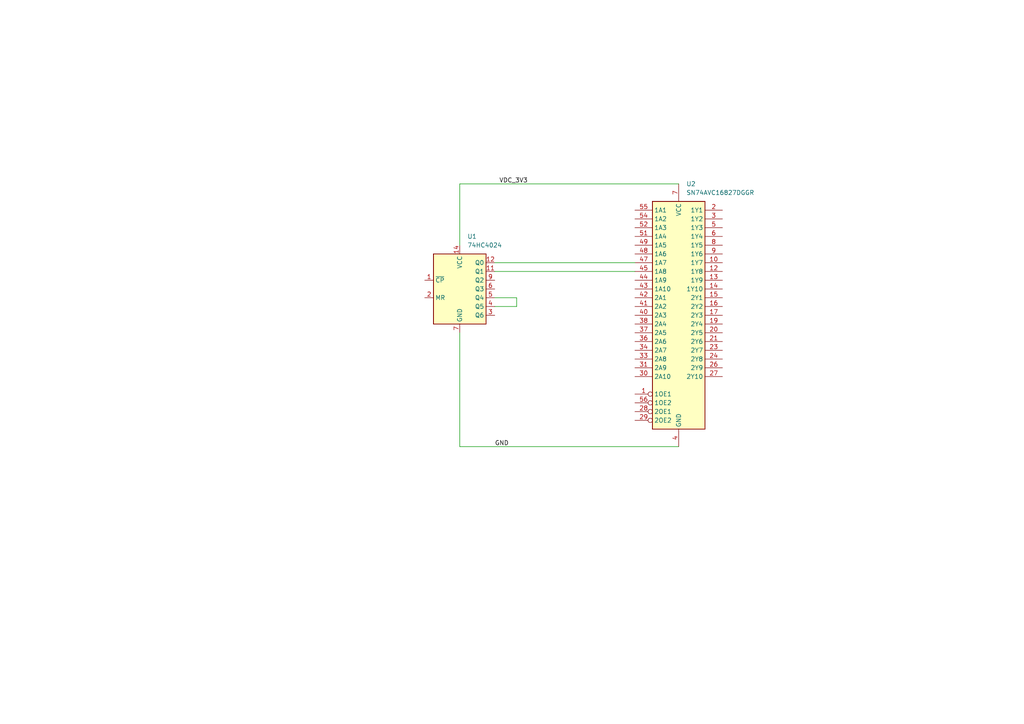
<source format=kicad_sch>
(kicad_sch (version 20230121) (generator eeschema)
  (paper "A4")
  (lib_symbols
    (symbol "74xx:74HC4024"
      (property "Reference" "U" (at -6.35 11.43 0))
      (property "Value" "74HC4024" (at 6.35 11.43 0))
      (symbol "74HC4024_0_1"
        (rectangle (start -7.62 10.16) (end 7.62 -10.16) (stroke (width 0.254)) (fill (type background)))
      )
      (symbol "74HC4024_1_0"
        (pin input line (at -10.16 2.54 0) (length 2.54) (name "~{CP}") (number "1"))
        (pin no_connect line (at -7.62 5.08 0) (length 2.54) hide (name "~") (number "10"))
        (pin output line (at 10.16 5.08 180) (length 2.54) (name "Q1") (number "11"))
        (pin output line (at 10.16 7.62 180) (length 2.54) (name "Q0") (number "12"))
        (pin no_connect line (at -7.62 -5.08 0) (length 2.54) hide (name "~") (number "13"))
        (pin power_in line (at 0 12.7 270) (length 2.54) (name "VCC") (number "14"))
        (pin input line (at -10.16 -2.54 0) (length 2.54) (name "MR") (number "2"))
        (pin output line (at 10.16 -7.62 180) (length 2.54) (name "Q6") (number "3"))
        (pin output line (at 10.16 -5.08 180) (length 2.54) (name "Q5") (number "4"))
        (pin output line (at 10.16 -2.54 180) (length 2.54) (name "Q4") (number "5"))
        (pin output line (at 10.16 0 180) (length 2.54) (name "Q3") (number "6"))
        (pin power_in line (at 0 -12.7 90) (length 2.54) (name "GND") (number "7"))
        (pin no_connect line (at -7.62 7.62 0) (length 2.54) hide (name "~") (number "8"))
        (pin output line (at 10.16 2.54 180) (length 2.54) (name "Q2") (number "9"))
      )
    )
    (symbol "74xx:SN74AVC16827DGGR"
      (property "Reference" "U" (at -6.35 34.29 0))
      (property "Value" "SN74AVC16827DGGR" (at 10.16 34.29 0))
      (symbol "SN74AVC16827DGGR_0_1"
        (rectangle (start -7.62 33.02) (end 7.62 -33.02) (stroke (width 0.254)) (fill (type background)))
      )
      (symbol "SN74AVC16827DGGR_1_1"
        (pin input inverted (at -12.7 -22.86 0) (length 5.08) (name "1OE1") (number "1"))
        (pin output line (at 12.7 15.24 180) (length 5.08) (name "1Y7") (number "10"))
        (pin passive line (at 0 -38.1 90) (length 5.08) hide (name "GND") (number "11"))
        (pin output line (at 12.7 12.7 180) (length 5.08) (name "1Y8") (number "12"))
        (pin output line (at 12.7 10.16 180) (length 5.08) (name "1Y9") (number "13"))
        (pin output line (at 12.7 7.62 180) (length 5.08) (name "1Y10") (number "14"))
        (pin output line (at 12.7 5.08 180) (length 5.08) (name "2Y1") (number "15"))
        (pin output line (at 12.7 2.54 180) (length 5.08) (name "2Y2") (number "16"))
        (pin output line (at 12.7 0 180) (length 5.08) (name "2Y3") (number "17"))
        (pin passive line (at 0 -38.1 90) (length 5.08) hide (name "GND") (number "18"))
        (pin output line (at 12.7 -2.54 180) (length 5.08) (name "2Y4") (number "19"))
        (pin output line (at 12.7 30.48 180) (length 5.08) (name "1Y1") (number "2"))
        (pin output line (at 12.7 -5.08 180) (length 5.08) (name "2Y5") (number "20"))
        (pin output line (at 12.7 -7.62 180) (length 5.08) (name "2Y6") (number "21"))
        (pin passive line (at 0 38.1 270) (length 5.08) hide (name "VCC") (number "22"))
        (pin output line (at 12.7 -10.16 180) (length 5.08) (name "2Y7") (number "23"))
        (pin output line (at 12.7 -12.7 180) (length 5.08) (name "2Y8") (number "24"))
        (pin passive line (at 0 -38.1 90) (length 5.08) hide (name "GND") (number "25"))
        (pin output line (at 12.7 -15.24 180) (length 5.08) (name "2Y9") (number "26"))
        (pin output line (at 12.7 -17.78 180) (length 5.08) (name "2Y10") (number "27"))
        (pin input inverted (at -12.7 -27.94 0) (length 5.08) (name "2OE1") (number "28"))
        (pin input inverted (at -12.7 -30.48 0) (length 5.08) (name "2OE2") (number "29"))
        (pin output line (at 12.7 27.94 180) (length 5.08) (name "1Y2") (number "3"))
        (pin input line (at -12.7 -17.78 0) (length 5.08) (name "2A10") (number "30"))
        (pin input line (at -12.7 -15.24 0) (length 5.08) (name "2A9") (number "31"))
        (pin passive line (at 0 -38.1 90) (length 5.08) hide (name "GND") (number "32"))
        (pin input line (at -12.7 -12.7 0) (length 5.08) (name "2A8") (number "33"))
        (pin input line (at -12.7 -10.16 0) (length 5.08) (name "2A7") (number "34"))
        (pin passive line (at 0 38.1 270) (length 5.08) hide (name "VCC") (number "35"))
        (pin input line (at -12.7 -7.62 0) (length 5.08) (name "2A6") (number "36"))
        (pin input line (at -12.7 -5.08 0) (length 5.08) (name "2A5") (number "37"))
        (pin input line (at -12.7 -2.54 0) (length 5.08) (name "2A4") (number "38"))
        (pin passive line (at 0 -38.1 90) (length 5.08) hide (name "GND") (number "39"))
        (pin power_in line (at 0 -38.1 90) (length 5.08) (name "GND") (number "4"))
        (pin input line (at -12.7 0 0) (length 5.08) (name "2A3") (number "40"))
        (pin input line (at -12.7 2.54 0) (length 5.08) (name "2A2") (number "41"))
        (pin input line (at -12.7 5.08 0) (length 5.08) (name "2A1") (number "42"))
        (pin input line (at -12.7 7.62 0) (length 5.08) (name "1A10") (number "43"))
        (pin input line (at -12.7 10.16 0) (length 5.08) (name "1A9") (number "44"))
        (pin input line (at -12.7 12.7 0) (length 5.08) (name "1A8") (number "45"))
        (pin passive line (at 0 -38.1 90) (length 5.08) hide (name "GND") (number "46"))
        (pin input line (at -12.7 15.24 0) (length 5.08) (name "1A7") (number "47"))
        (pin input line (at -12.7 17.78 0) (length 5.08) (name "1A6") (number "48"))
        (pin input line (at -12.7 20.32 0) (length 5.08) (name "1A5") (number "49"))
        (pin output line (at 12.7 25.4 180) (length 5.08) (name "1Y3") (number "5"))
        (pin passive line (at 0 38.1 270) (length 5.08) hide (name "VCC") (number "50"))
        (pin input line (at -12.7 22.86 0) (length 5.08) (name "1A4") (number "51"))
        (pin input line (at -12.7 25.4 0) (length 5.08) (name "1A3") (number "52"))
        (pin passive line (at 0 -38.1 90) (length 5.08) hide (name "GND") (number "53"))
        (pin input line (at -12.7 27.94 0) (length 5.08) (name "1A2") (number "54"))
        (pin input line (at -12.7 30.48 0) (length 5.08) (name "1A1") (number "55"))
        (pin input inverted (at -12.7 -25.4 0) (length 5.08) (name "1OE2") (number "56"))
        (pin output line (at 12.7 22.86 180) (length 5.08) (name "1Y4") (number "6"))
        (pin power_in line (at 0 38.1 270) (length 5.08) (name "VCC") (number "7"))
        (pin output line (at 12.7 20.32 180) (length 5.08) (name "1Y5") (number "8"))
        (pin output line (at 12.7 17.78 180) (length 5.08) (name "1Y6") (number "9"))
      )
    )
  )
  (wire (pts (xy 133.35 53.34) (xy 196.85 53.34)))
  (wire (pts (xy 143.51 86.36) (xy 149.86 86.36)))
  (wire (pts (xy 133.35 71.12) (xy 133.35 53.34)))
  (wire (pts (xy 143.51 76.2) (xy 184.15 76.2)))
  (wire (pts (xy 143.51 88.9) (xy 149.86 88.9)))
  (wire (pts (xy 133.35 96.52) (xy 133.35 129.54)))
  (wire (pts (xy 143.51 78.74) (xy 184.15 78.74)))
  (wire (pts (xy 196.85 129.54) (xy 133.35 129.54)))
  (wire (pts (xy 149.86 88.9) (xy 149.86 86.36)))
  (label "GND" (at 143.51 129.54 0))
  (label "VDC_3V3" (at 144.78 53.34 0))
  (symbol (lib_id "74xx:74HC4024") (at 133.35 83.82 0) (unit 1)
    (property "Reference" "U1" (at 135.5441 68.58 0) (effects (justify left)))
    (property "Value" "74HC4024" (at 135.5441 71.12 0) (effects (justify left)))
    (property "Footprint" "Package_SO:SOIC-14_3.9x8.7mm_P1.27mm" (effects hide))
    (property "Datasheet" "https://assets.nexperia.com/documents/data-sheet/74HC4024.pdf" (effects hide))
  )
  (symbol (lib_id "74xx:SN74AVC16827DGGR") (at 196.85 91.44 0) (unit 1)
    (property "Reference" "U2" (at 199.0441 53.34 0) (effects (justify left)))
    (property "Value" "SN74AVC16827DGGR" (at 199.0441 55.88 0) (effects (justify left)))
    (property "Footprint" "Package_SO:TSSOP-56_6.1x14mm_P0.5mm" (effects hide))
    (property "Datasheet" "http://www.ti.com/lit/ds/symlink/sn74avc16827.pdf" (effects hide))
  )
)
</source>
